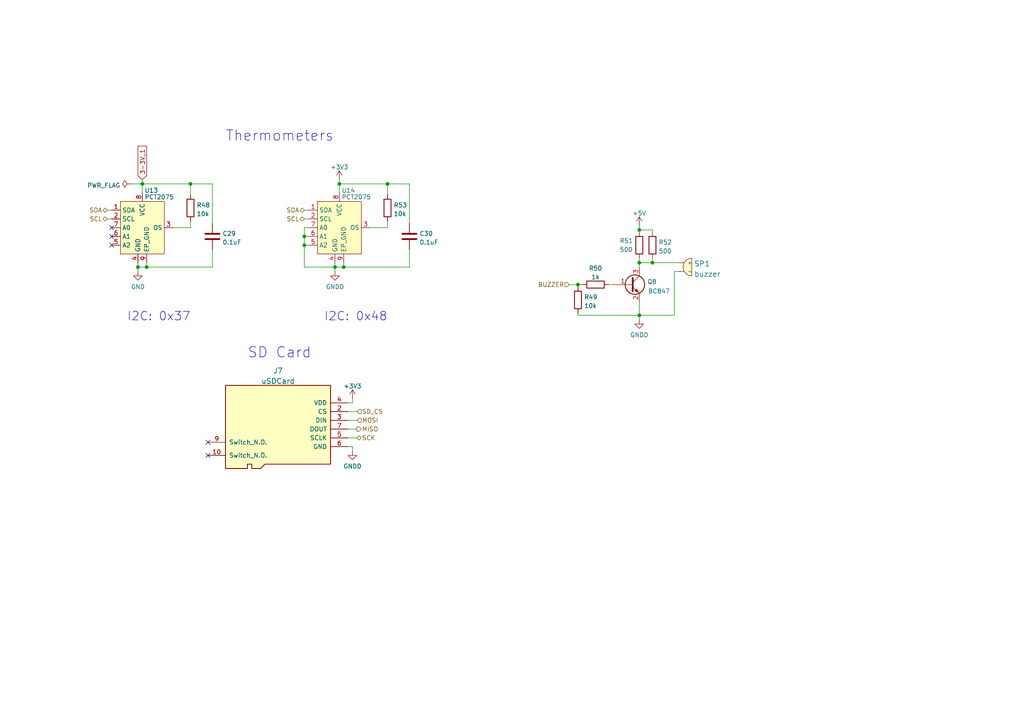
<source format=kicad_sch>
(kicad_sch (version 20211123) (generator eeschema)
  (paper "A4")
  (lib_symbols
    (symbol "0.power-symbols:+3.3V" (power) (pin_names (offset 0))
      (property "Value" "+3.3V" (at 0 3.556 0))
      (symbol "+3.3V_0_1"
        (polyline (pts (xy -0.762 1.27) (xy 0 2.54)))
        (polyline (pts (xy 0 0) (xy 0 2.54)))
        (polyline (pts (xy 0 2.54) (xy 0.762 1.27)))
      )
      (symbol "+3.3V_1_1"
        (pin power_in line (at 0 0 90) (length 0) hide (name "+3V3") (number "1"))
      )
    )
    (symbol "0.power-symbols:+5V" (power) (pin_names (offset 0))
      (property "Value" "+5V" (at 0 3.556 0))
      (symbol "+5V_0_1"
        (polyline (pts (xy -0.762 1.27) (xy 0 2.54)))
        (polyline (pts (xy 0 0) (xy 0 2.54)))
        (polyline (pts (xy 0 2.54) (xy 0.762 1.27)))
      )
      (symbol "+5V_1_1"
        (pin power_in line (at 0 0 90) (length 0) hide (name "+5V") (number "1"))
      )
    )
    (symbol "0.power-symbols:GND" (power) (pin_names (offset 0))
      (property "Value" "GND" (at 0 -3.81 0))
      (symbol "GND_0_1"
        (polyline (pts (xy 0 0) (xy 0 -1.27) (xy 1.27 -1.27) (xy 0 -2.54) (xy -1.27 -1.27) (xy 0 -1.27)))
      )
      (symbol "GND_1_1"
        (pin power_in line (at 0 0 270) (length 0) hide (name "GND") (number "1"))
      )
    )
    (symbol "0.power-symbols:GNDD" (power) (pin_names (offset 0))
      (property "Value" "GNDD" (at 0 -3.81 0))
      (symbol "GNDD_0_1"
        (polyline (pts (xy 0 0) (xy 0 -1.27) (xy 1.27 -1.27) (xy 0 -2.54) (xy -1.27 -1.27) (xy 0 -1.27)))
      )
      (symbol "GNDD_1_1"
        (pin power_in line (at 0 0 270) (length 0) hide (name "GNDD") (number "1"))
      )
    )
    (symbol "0.power-symbols:PWR_FLAG" (power) (pin_numbers hide) (pin_names (offset 0) hide)
      (property "Value" "PWR_FLAG" (at 0 3.81 0))
      (symbol "PWR_FLAG_0_0"
        (pin power_out line (at 0 0 90) (length 0) (name "pwr") (number "1"))
      )
      (symbol "PWR_FLAG_0_1"
        (polyline (pts (xy 0 0) (xy 0 1.27) (xy -1.016 1.905) (xy 0 2.54) (xy 1.016 1.905) (xy 0 1.27)))
      )
    )
    (symbol "1.semi.discrete:BC847" (pin_names (offset 0) hide)
      (property "Reference" "Q" (at 5.08 1.27 0))
      (property "Value" "BC847" (at 5.08 -1.27 0))
      (symbol "BC847_0_1"
        (polyline (pts (xy 0.635 0.635) (xy 2.54 2.54)))
        (polyline (pts (xy 0.635 -0.635) (xy 2.54 -2.54) (xy 2.54 -2.54)))
        (polyline (pts (xy 0.635 1.905) (xy 0.635 -1.905) (xy 0.635 -1.905)) (stroke (width 0.508)))
        (polyline (pts (xy 1.27 -1.778) (xy 1.778 -1.27) (xy 2.286 -2.286) (xy 1.27 -1.778) (xy 1.27 -1.778)) (fill (type outline)))
        (circle (center 1.27 0) (radius 2.8194) (stroke (width 0.254)))
      )
      (symbol "BC847_1_1"
        (pin input line (at -5.08 0 0) (length 5.715) (name "B") (number "1"))
        (pin passive line (at 2.54 -5.08 90) (length 2.54) (name "E") (number "2"))
        (pin passive line (at 2.54 5.08 270) (length 2.54) (name "C") (number "3"))
      )
    )
    (symbol "1.semi.ic.sensor:PCT2075"
      (property "Reference" "U" (at 6.35 3.81 0))
      (property "Value" "PCT2075" (at 6.35 1.27 0))
      (symbol "PCT2075_0_1"
        (rectangle (start -6.35 0) (end 6.35 -15.24) (fill (type background)))
      )
      (symbol "PCT2075_1_1"
        (pin bidirectional line (at -8.89 -2.54 0) (length 2.54) (name "SDA") (number "1"))
        (pin input line (at -8.89 -5.08 0) (length 2.54) (name "SCL") (number "2"))
        (pin input line (at 8.89 -7.62 180) (length 2.54) (name "OS") (number "3"))
        (pin power_in line (at -1.27 -17.78 90) (length 2.54) (name "GND") (number "4"))
        (pin input line (at -8.89 -12.7 0) (length 2.54) (name "A2") (number "5"))
        (pin input line (at -8.89 -10.16 0) (length 2.54) (name "A1") (number "6"))
        (pin input line (at -8.89 -7.62 0) (length 2.54) (name "A0") (number "7"))
        (pin power_in line (at 0 2.54 270) (length 2.54) (name "VCC") (number "8"))
        (pin power_in line (at 1.27 -17.78 90) (length 2.54) (name "EP_GND") (number "9"))
      )
    )
    (symbol "2.passive:C" (pin_numbers hide) (pin_names (offset 0.254))
      (property "Reference" "C" (at 0.635 2.54 0))
      (property "Value" "C" (at 0.635 -2.54 0))
      (symbol "C_0_1"
        (polyline (pts (xy -2.032 -0.762) (xy 2.032 -0.762)) (stroke (width 0.508)))
        (polyline (pts (xy -2.032 0.762) (xy 2.032 0.762)) (stroke (width 0.508)))
      )
      (symbol "C_1_1"
        (pin passive line (at 0 3.81 270) (length 2.794) (name "~") (number "1"))
        (pin passive line (at 0 -3.81 90) (length 2.794) (name "~") (number "2"))
      )
    )
    (symbol "2.passive:R" (pin_numbers hide) (pin_names (offset 0))
      (property "Reference" "R" (at 2.032 0 90))
      (property "Value" "R" (at 0 0 90))
      (symbol "R_0_1"
        (rectangle (start -1.016 -2.54) (end 1.016 2.54) (stroke (width 0.254)))
      )
      (symbol "R_1_1"
        (pin passive line (at 0 3.81 270) (length 1.27) (name "~") (number "1"))
        (pin passive line (at 0 -3.81 90) (length 1.27) (name "~") (number "2"))
      )
    )
    (symbol "3.electromechanical.audio:buzzer" (pin_numbers hide) (pin_names (offset 1.016))
      (property "Reference" "SP" (at 0 5.08 0))
      (property "Value" "buzzer" (at 0 3.81 0))
      (symbol "buzzer_0_1"
        (arc (start -2.54 1.27) (mid 0 -1.27) (end 2.54 1.27) (fill (type background)))
        (polyline (pts (xy -2.54 1.27) (xy 2.54 1.27)))
      )
      (symbol "buzzer_1_1"
        (pin passive line (at -1.27 -2.54 90) (length 1.4986) (name "+") (number "1"))
        (pin passive line (at 1.27 -2.54 90) (length 1.4986) (name "-") (number "2"))
      )
    )
    (symbol "5.connector.interconnect.usb_dvi_hdmi:uSDCard" (pin_names (offset 1.016))
      (property "Reference" "J" (at -14.986 14.478 0))
      (property "Value" "uSDCard" (at -15.24 12.7 0))
      (symbol "uSDCard_0_1"
        (polyline (pts (xy -15.24 -5.08) (xy -15.24 -12.7) (xy -8.89 -12.7) (xy -8.89 -11.43) (xy -7.62 -11.43) (xy -7.62 -12.7) (xy -5.08 -12.7) (xy -3.81 -11.43) (xy 15.24 -11.43) (xy 15.24 11.43) (xy -15.24 11.43) (xy -15.24 -5.08)) (stroke (width 0.254)) (fill (type background)))
      )
      (symbol "uSDCard_1_1"
        (pin input line (at -20.32 -8.89 0) (length 5.08) (name "Switch_N.O.") (number "10"))
        (pin input line (at 20.32 3.81 180) (length 5.08) (name "CS") (number "2"))
        (pin input line (at 20.32 1.27 180) (length 5.08) (name "DIN") (number "3"))
        (pin power_in line (at 20.32 6.35 180) (length 5.08) (name "VDD") (number "4"))
        (pin input line (at 20.32 -3.81 180) (length 5.08) (name "SCLK") (number "5"))
        (pin power_in line (at 20.32 -6.35 180) (length 5.08) (name "GND") (number "6"))
        (pin output line (at 20.32 -1.27 180) (length 5.08) (name "DOUT") (number "7"))
        (pin input line (at -20.32 -5.08 0) (length 5.08) (name "Switch_N.O.") (number "9"))
      )
    )
  )
  (junction (at 97.155 77.47))
  (junction (at 88.265 68.58))
  (junction (at 99.695 77.47))
  (junction (at 112.395 53.34))
  (junction (at 167.64 82.55))
  (junction (at 185.42 76.2))
  (junction (at 88.265 71.12))
  (junction (at 41.275 53.34))
  (junction (at 98.425 53.34))
  (junction (at 185.42 66.675))
  (junction (at 55.245 53.34))
  (junction (at 185.42 91.44))
  (junction (at 189.23 76.2))
  (junction (at 40.005 77.47))
  (junction (at 42.545 77.47))
  (no_connect (at 32.385 71.12))
  (no_connect (at 32.385 66.04))
  (no_connect (at 60.325 132.08))
  (no_connect (at 60.325 128.27))
  (no_connect (at 32.385 68.58))
  (wire (pts (xy 118.745 53.34) (xy 112.395 53.34)))
  (wire (pts (xy 100.965 127) (xy 103.505 127)))
  (wire (pts (xy 167.64 91.44) (xy 185.42 91.44)))
  (wire (pts (xy 89.535 66.04) (xy 88.265 66.04)))
  (wire (pts (xy 112.395 56.515) (xy 112.395 53.34)))
  (wire (pts (xy 112.395 66.04) (xy 112.395 64.135)))
  (wire (pts (xy 40.005 77.47) (xy 40.005 78.74)))
  (wire (pts (xy 31.115 60.96) (xy 32.385 60.96)))
  (wire (pts (xy 50.165 66.04) (xy 55.245 66.04)))
  (wire (pts (xy 97.155 76.2) (xy 97.155 77.47)))
  (wire (pts (xy 98.425 52.07) (xy 98.425 53.34)))
  (wire (pts (xy 185.42 76.2) (xy 185.42 77.47)))
  (wire (pts (xy 88.265 71.12) (xy 89.535 71.12)))
  (wire (pts (xy 88.265 63.5) (xy 89.535 63.5)))
  (wire (pts (xy 97.155 77.47) (xy 97.155 78.74)))
  (wire (pts (xy 100.965 121.92) (xy 103.505 121.92)))
  (wire (pts (xy 41.275 52.07) (xy 41.275 53.34)))
  (wire (pts (xy 185.42 91.44) (xy 185.42 92.71)))
  (wire (pts (xy 88.265 68.58) (xy 89.535 68.58)))
  (wire (pts (xy 102.235 129.54) (xy 100.965 129.54)))
  (wire (pts (xy 88.265 71.12) (xy 88.265 77.47)))
  (wire (pts (xy 99.695 76.2) (xy 99.695 77.47)))
  (wire (pts (xy 88.265 66.04) (xy 88.265 68.58)))
  (wire (pts (xy 195.58 78.74) (xy 196.85 78.74)))
  (wire (pts (xy 165.1 82.55) (xy 167.64 82.55)))
  (wire (pts (xy 185.42 87.63) (xy 185.42 91.44)))
  (wire (pts (xy 176.53 82.55) (xy 177.8 82.55)))
  (wire (pts (xy 42.545 77.47) (xy 40.005 77.47)))
  (wire (pts (xy 118.745 72.39) (xy 118.745 77.47)))
  (wire (pts (xy 189.23 67.31) (xy 189.23 66.675)))
  (wire (pts (xy 189.23 76.2) (xy 196.85 76.2)))
  (wire (pts (xy 61.595 53.34) (xy 55.245 53.34)))
  (wire (pts (xy 118.745 77.47) (xy 99.695 77.47)))
  (wire (pts (xy 98.425 53.34) (xy 112.395 53.34)))
  (wire (pts (xy 185.42 76.2) (xy 189.23 76.2)))
  (wire (pts (xy 189.23 66.675) (xy 185.42 66.675)))
  (wire (pts (xy 88.265 60.96) (xy 89.535 60.96)))
  (wire (pts (xy 40.005 76.2) (xy 40.005 77.47)))
  (wire (pts (xy 98.425 53.34) (xy 98.425 55.88)))
  (wire (pts (xy 102.235 116.84) (xy 100.965 116.84)))
  (wire (pts (xy 100.965 124.46) (xy 103.505 124.46)))
  (wire (pts (xy 189.23 74.93) (xy 189.23 76.2)))
  (wire (pts (xy 55.245 56.515) (xy 55.245 53.34)))
  (wire (pts (xy 88.265 68.58) (xy 88.265 71.12)))
  (wire (pts (xy 100.965 119.38) (xy 103.505 119.38)))
  (wire (pts (xy 118.745 64.77) (xy 118.745 53.34)))
  (wire (pts (xy 185.42 74.93) (xy 185.42 76.2)))
  (wire (pts (xy 88.265 77.47) (xy 97.155 77.47)))
  (wire (pts (xy 167.64 82.55) (xy 168.91 82.55)))
  (wire (pts (xy 42.545 76.2) (xy 42.545 77.47)))
  (wire (pts (xy 38.1 53.34) (xy 41.275 53.34)))
  (wire (pts (xy 167.64 90.805) (xy 167.64 91.44)))
  (wire (pts (xy 195.58 78.74) (xy 195.58 91.44)))
  (wire (pts (xy 102.235 115.57) (xy 102.235 116.84)))
  (wire (pts (xy 55.245 66.04) (xy 55.245 64.135)))
  (wire (pts (xy 185.42 65.405) (xy 185.42 66.675)))
  (wire (pts (xy 99.695 77.47) (xy 97.155 77.47)))
  (wire (pts (xy 102.235 130.81) (xy 102.235 129.54)))
  (wire (pts (xy 195.58 91.44) (xy 185.42 91.44)))
  (wire (pts (xy 107.315 66.04) (xy 112.395 66.04)))
  (wire (pts (xy 61.595 77.47) (xy 42.545 77.47)))
  (wire (pts (xy 61.595 72.39) (xy 61.595 77.47)))
  (wire (pts (xy 31.115 63.5) (xy 32.385 63.5)))
  (wire (pts (xy 61.595 64.77) (xy 61.595 53.34)))
  (wire (pts (xy 41.275 53.34) (xy 41.275 55.88)))
  (wire (pts (xy 185.42 67.31) (xy 185.42 66.675)))
  (wire (pts (xy 41.275 53.34) (xy 55.245 53.34)))
  (wire (pts (xy 167.64 82.55) (xy 167.64 83.185)))
  (text "I2C: 0x48\n" (at 93.98 93.345 0) (effects (font (size 2.4892 2.4892)) (justify left bottom)))
  (text "SD Card" (at 71.755 104.14 0) (effects (font (size 3 3)) (justify left bottom)))
  (text "I2C: 0x37\n" (at 36.83 93.345 0) (effects (font (size 2.4892 2.4892)) (justify left bottom)))
  (text "Thermometers" (at 65.405 41.275 0) (effects (font (size 3 3)) (justify left bottom)))
  (global_label "3-3V_1" (shape input) (at 41.275 52.07 90) (property "Intersheet References" "${INTERSHEET_REFS}" (effects hide)))
  (hierarchical_label "MOSI" (shape input) (at 103.505 121.92 0))
  (hierarchical_label "SCK" (shape bidirectional) (at 103.505 127 0))
  (hierarchical_label "SDA" (shape bidirectional) (at 88.265 60.96 180))
  (hierarchical_label "SDA" (shape bidirectional) (at 31.115 60.96 180))
  (hierarchical_label "SCL" (shape bidirectional) (at 88.265 63.5 180))
  (hierarchical_label "SD_CS" (shape input) (at 103.505 119.38 0))
  (hierarchical_label "SCL" (shape bidirectional) (at 31.115 63.5 180))
  (hierarchical_label "MISO" (shape output) (at 103.505 124.46 0))
  (hierarchical_label "BUZZER" (shape input) (at 165.1 82.55 180))
  (symbol (lib_id "2.passive:R") (at 189.23 71.12 0) (unit 1)
    (property "Reference" "R52" (at 191.008 70.2853 0) (effects (justify left)))
    (property "Value" "500" (at 191.008 72.8222 0) (effects (justify left)))
    (property "Footprint" "2_Passives_Resistors_SMD_IPC:R_2012_805_B" (effects hide))
    (property "PN" "1,8" (effects hide))
  )
  (symbol (lib_id "2.passive:R") (at 185.42 71.12 0) (unit 1)
    (property "Reference" "R51" (at 179.705 69.8531 0) (effects (justify left)))
    (property "Value" "500" (at 179.705 72.39 0) (effects (justify left)))
    (property "Footprint" "2_Passives_Resistors_SMD_IPC:R_2012_805_B" (effects hide))
    (property "PN" "1,8" (effects hide))
  )
  (symbol (lib_id "5.connector.interconnect.usb_dvi_hdmi:uSDCard") (at 80.645 123.19 0) (unit 1)
    (property "Reference" "J7" (at 80.645 107.5489 0) (effects (font (size 1.524 1.524))))
    (property "Value" "uSDCard" (at 80.645 110.5423 0) (effects (font (size 1.524 1.524))))
    (property "Footprint" "5_Connectors_Molex:uSDCard_SD_503182_011" (effects hide))
    (property "Datasheet" "x-devonthink-item://89382DC3-A8BA-4AFE-B050-E9E1112677D4" (effects hide))
  )
  (symbol (lib_id "2.passive:R") (at 172.72 82.55 270) (unit 1)
    (property "Reference" "R50" (at 172.72 77.8342 90))
    (property "Value" "1k" (at 172.72 80.3711 90))
    (property "Footprint" "2_Passives_Resistors_SMD_IPC:R_1608_603_B" (effects hide))
    (property "PN" "1,7" (effects hide))
  )
  (symbol (lib_id "1.semi.ic.sensor:PCT2075") (at 41.275 58.42 0) (unit 1)
    (property "Reference" "U13" (at 41.91 55.245 0) (effects (justify left)))
    (property "Value" "PCT2075" (at 41.91 57.15 0) (effects (justify left)))
    (property "Footprint" "1_Semi_Misc:PCT2075TP_147" (effects hide))
    (property "PN" "TBD" (effects hide))
  )
  (symbol (lib_id "0.power-symbols:+3.3V") (at 98.425 52.07 0) (unit 1)
    (property "Reference" "#PWR067" (effects hide))
    (property "Value" "+3.3V" (at 98.425 48.4655 0))
  )
  (symbol (lib_id "3.electromechanical.audio:buzzer") (at 199.39 77.47 270) (unit 1)
    (property "Reference" "SP1" (at 201.295 76.4938 90) (effects (font (size 1.524 1.524)) (justify left)))
    (property "Value" "buzzer" (at 201.295 79.4872 90) (effects (font (size 1.524 1.524)) (justify left)))
    (property "Footprint" "3_Electromechanical_Audio:13-9mm_Buzzer" (effects hide))
    (property "PN" "5,1" (effects hide))
  )
  (symbol (lib_id "2.passive:R") (at 55.245 60.325 180) (unit 1)
    (property "Reference" "R48" (at 57.023 59.4903 0) (effects (justify right)))
    (property "Value" "10k" (at 57.023 62.0272 0) (effects (justify right)))
    (property "Footprint" "2_Passives_Resistors_SMD_IPC:R_1608_603_B" (effects hide))
    (property "PN" "1,5" (effects hide))
  )
  (symbol (lib_id "0.power-symbols:GND") (at 40.005 78.74 0) (unit 1)
    (property "Reference" "#PWR0157" (effects hide))
    (property "Value" "GND" (at 40.005 83.1834 0))
  )
  (symbol (lib_id "2.passive:R") (at 167.64 86.995 180) (unit 1)
    (property "Reference" "R49" (at 169.418 86.1603 0) (effects (justify right)))
    (property "Value" "10k" (at 169.418 88.6972 0) (effects (justify right)))
    (property "Footprint" "2_Passives_Resistors_SMD_IPC:R_1608_603_B" (effects hide))
    (property "PN" "1,5" (effects hide))
  )
  (symbol (lib_id "0.power-symbols:+3.3V") (at 102.235 115.57 0) (unit 1)
    (property "Reference" "#PWR0121" (effects hide))
    (property "Value" "+3.3V" (at 102.235 111.9942 0))
  )
  (symbol (lib_id "0.power-symbols:GNDD") (at 97.155 78.74 0) (unit 1)
    (property "Reference" "#PWR030" (effects hide))
    (property "Value" "GNDD" (at 97.155 83.1834 0))
  )
  (symbol (lib_id "2.passive:C") (at 118.745 68.58 180) (unit 1)
    (property "Reference" "C30" (at 121.666 67.7453 0) (effects (justify right)))
    (property "Value" "0.1uF" (at 121.666 70.2822 0) (effects (justify right)))
    (property "Footprint" "2_Passives_Capacitors_SMD_IPC:C_1608_603_B" (effects hide))
    (property "PN" "2,5" (effects hide))
  )
  (symbol (lib_id "2.passive:C") (at 61.595 68.58 180) (unit 1)
    (property "Reference" "C29" (at 64.516 67.7453 0) (effects (justify right)))
    (property "Value" "0.1uF" (at 64.516 70.2822 0) (effects (justify right)))
    (property "Footprint" "2_Passives_Capacitors_SMD_IPC:C_1608_603_B" (effects hide))
    (property "PN" "2,5" (effects hide))
  )
  (symbol (lib_id "2.passive:R") (at 112.395 60.325 180) (unit 1)
    (property "Reference" "R53" (at 114.173 59.4903 0) (effects (justify right)))
    (property "Value" "10k" (at 114.173 62.0272 0) (effects (justify right)))
    (property "Footprint" "2_Passives_Resistors_SMD_IPC:R_1608_603_B" (effects hide))
    (property "PN" "1,5" (effects hide))
  )
  (symbol (lib_id "0.power-symbols:GNDD") (at 185.42 92.71 0) (unit 1)
    (property "Reference" "#PWR0126" (effects hide))
    (property "Value" "GNDD" (at 185.42 97.1534 0))
  )
  (symbol (lib_id "1.semi.discrete:BC847") (at 182.88 82.55 0) (unit 1)
    (property "Reference" "Q8" (at 187.7314 81.7153 0) (effects (justify left)))
    (property "Value" "BC847" (at 187.96 84.455 0) (effects (justify left)))
    (property "Footprint" "1_Semi_TO_SOT:SOT-23" (effects hide))
    (property "PN" "TBD" (effects hide))
  )
  (symbol (lib_id "0.power-symbols:GNDD") (at 102.235 130.81 0) (unit 1)
    (property "Reference" "#PWR0122" (effects hide))
    (property "Value" "GNDD" (at 102.235 135.2534 0))
  )
  (symbol (lib_id "0.power-symbols:+5V") (at 185.42 65.405 0) (unit 1)
    (property "Reference" "#PWR0125" (effects hide))
    (property "Value" "+5V" (at 185.42 61.8292 0))
  )
  (symbol (lib_id "0.power-symbols:PWR_FLAG") (at 38.1 53.34 90) (unit 1)
    (property "Reference" "#FLG0104" (effects hide))
    (property "Value" "PWR_FLAG" (at 34.9251 53.7738 90) (effects (justify left)))
  )
  (symbol (lib_id "1.semi.ic.sensor:PCT2075") (at 98.425 58.42 0) (unit 1)
    (property "Reference" "U14" (at 99.06 55.245 0) (effects (justify left)))
    (property "Value" "PCT2075" (at 99.06 57.15 0) (effects (justify left)))
    (property "Footprint" "1_Semi_Misc:PCT2075TP_147" (effects hide))
    (property "PN" "TBD" (effects hide))
  )
)
</source>
